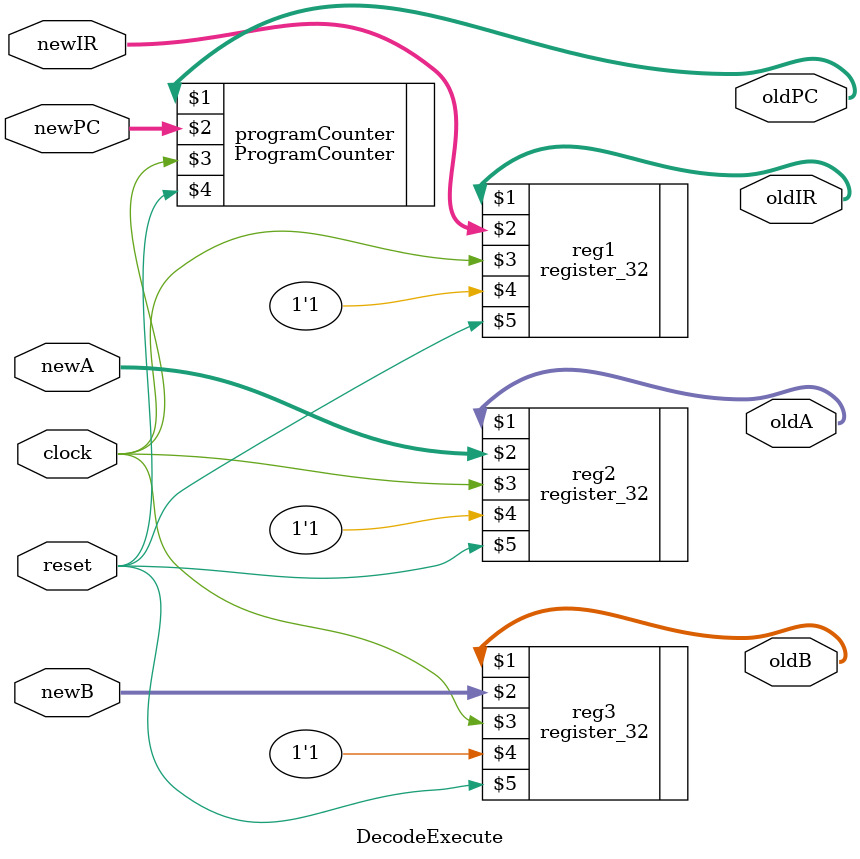
<source format=v>
module DecodeExecute(
    output [31:0] oldIR, oldA, oldB, oldPC,
    input [31:0] newIR, newA, newB, newPC,
    input clock, reset);

    register_32 reg1(oldIR, newIR, clock, 1'b1, reset);
    register_32 reg2(oldA, newA, clock, 1'b1, reset);
    register_32 reg3(oldB, newB, clock, 1'b1, reset);

    ProgramCounter programCounter(oldPC, newPC, clock, reset);
endmodule

</source>
